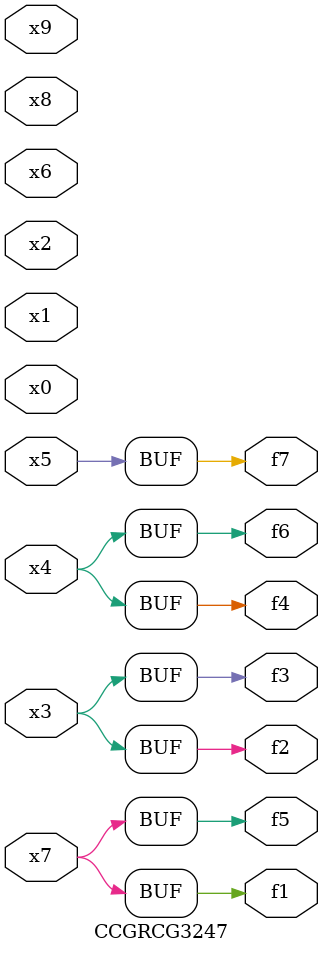
<source format=v>
module CCGRCG3247(
	input x0, x1, x2, x3, x4, x5, x6, x7, x8, x9,
	output f1, f2, f3, f4, f5, f6, f7
);
	assign f1 = x7;
	assign f2 = x3;
	assign f3 = x3;
	assign f4 = x4;
	assign f5 = x7;
	assign f6 = x4;
	assign f7 = x5;
endmodule

</source>
